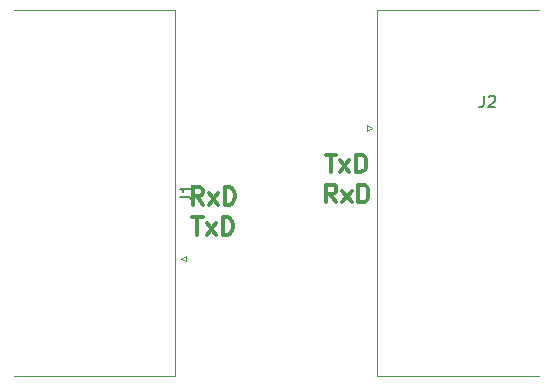
<source format=gto>
G04 #@! TF.GenerationSoftware,KiCad,Pcbnew,5.1.10-88a1d61d58~88~ubuntu20.04.1*
G04 #@! TF.CreationDate,2021-05-09T22:10:24+02:00*
G04 #@! TF.ProjectId,SerialSwitcher,53657269-616c-4537-9769-74636865722e,rev?*
G04 #@! TF.SameCoordinates,Original*
G04 #@! TF.FileFunction,Legend,Top*
G04 #@! TF.FilePolarity,Positive*
%FSLAX46Y46*%
G04 Gerber Fmt 4.6, Leading zero omitted, Abs format (unit mm)*
G04 Created by KiCad (PCBNEW 5.1.10-88a1d61d58~88~ubuntu20.04.1) date 2021-05-09 22:10:24*
%MOMM*%
%LPD*%
G01*
G04 APERTURE LIST*
%ADD10C,0.300000*%
%ADD11C,0.120000*%
%ADD12C,0.150000*%
%ADD13C,4.000000*%
%ADD14C,1.600000*%
%ADD15R,1.600000X1.600000*%
%ADD16C,2.200000*%
G04 APERTURE END LIST*
D10*
X135087142Y-56513571D02*
X134587142Y-55799285D01*
X134230000Y-56513571D02*
X134230000Y-55013571D01*
X134801428Y-55013571D01*
X134944285Y-55085000D01*
X135015714Y-55156428D01*
X135087142Y-55299285D01*
X135087142Y-55513571D01*
X135015714Y-55656428D01*
X134944285Y-55727857D01*
X134801428Y-55799285D01*
X134230000Y-55799285D01*
X135587142Y-56513571D02*
X136372857Y-55513571D01*
X135587142Y-55513571D02*
X136372857Y-56513571D01*
X136944285Y-56513571D02*
X136944285Y-55013571D01*
X137301428Y-55013571D01*
X137515714Y-55085000D01*
X137658571Y-55227857D01*
X137730000Y-55370714D01*
X137801428Y-55656428D01*
X137801428Y-55870714D01*
X137730000Y-56156428D01*
X137658571Y-56299285D01*
X137515714Y-56442142D01*
X137301428Y-56513571D01*
X136944285Y-56513571D01*
X134194285Y-57563571D02*
X135051428Y-57563571D01*
X134622857Y-59063571D02*
X134622857Y-57563571D01*
X135408571Y-59063571D02*
X136194285Y-58063571D01*
X135408571Y-58063571D02*
X136194285Y-59063571D01*
X136765714Y-59063571D02*
X136765714Y-57563571D01*
X137122857Y-57563571D01*
X137337142Y-57635000D01*
X137480000Y-57777857D01*
X137551428Y-57920714D01*
X137622857Y-58206428D01*
X137622857Y-58420714D01*
X137551428Y-58706428D01*
X137480000Y-58849285D01*
X137337142Y-58992142D01*
X137122857Y-59063571D01*
X136765714Y-59063571D01*
X145494285Y-52263571D02*
X146351428Y-52263571D01*
X145922857Y-53763571D02*
X145922857Y-52263571D01*
X146708571Y-53763571D02*
X147494285Y-52763571D01*
X146708571Y-52763571D02*
X147494285Y-53763571D01*
X148065714Y-53763571D02*
X148065714Y-52263571D01*
X148422857Y-52263571D01*
X148637142Y-52335000D01*
X148780000Y-52477857D01*
X148851428Y-52620714D01*
X148922857Y-52906428D01*
X148922857Y-53120714D01*
X148851428Y-53406428D01*
X148780000Y-53549285D01*
X148637142Y-53692142D01*
X148422857Y-53763571D01*
X148065714Y-53763571D01*
X146387142Y-56313571D02*
X145887142Y-55599285D01*
X145530000Y-56313571D02*
X145530000Y-54813571D01*
X146101428Y-54813571D01*
X146244285Y-54885000D01*
X146315714Y-54956428D01*
X146387142Y-55099285D01*
X146387142Y-55313571D01*
X146315714Y-55456428D01*
X146244285Y-55527857D01*
X146101428Y-55599285D01*
X145530000Y-55599285D01*
X146887142Y-56313571D02*
X147672857Y-55313571D01*
X146887142Y-55313571D02*
X147672857Y-56313571D01*
X148244285Y-56313571D02*
X148244285Y-54813571D01*
X148601428Y-54813571D01*
X148815714Y-54885000D01*
X148958571Y-55027857D01*
X149030000Y-55170714D01*
X149101428Y-55456428D01*
X149101428Y-55670714D01*
X149030000Y-55956428D01*
X148958571Y-56099285D01*
X148815714Y-56242142D01*
X148601428Y-56313571D01*
X148244285Y-56313571D01*
D11*
X133221325Y-61070000D02*
X133654338Y-60820000D01*
X133654338Y-61320000D02*
X133221325Y-61070000D01*
X133654338Y-60820000D02*
X133654338Y-61320000D01*
X132760000Y-71015000D02*
X119080000Y-71015000D01*
X132760000Y-40045000D02*
X132760000Y-71015000D01*
X119080000Y-40045000D02*
X132760000Y-40045000D01*
X163520000Y-71025000D02*
X149840000Y-71025000D01*
X149840000Y-71025000D02*
X149840000Y-40055000D01*
X149840000Y-40055000D02*
X163520000Y-40055000D01*
X148945662Y-50250000D02*
X148945662Y-49750000D01*
X148945662Y-49750000D02*
X149378675Y-50000000D01*
X149378675Y-50000000D02*
X148945662Y-50250000D01*
D12*
X133152380Y-55863333D02*
X133866666Y-55863333D01*
X134009523Y-55910952D01*
X134104761Y-56006190D01*
X134152380Y-56149047D01*
X134152380Y-56244285D01*
X134152380Y-54863333D02*
X134152380Y-55434761D01*
X134152380Y-55149047D02*
X133152380Y-55149047D01*
X133295238Y-55244285D01*
X133390476Y-55339523D01*
X133438095Y-55434761D01*
X158848466Y-47267880D02*
X158848466Y-47982166D01*
X158800847Y-48125023D01*
X158705609Y-48220261D01*
X158562752Y-48267880D01*
X158467514Y-48267880D01*
X159277038Y-47363119D02*
X159324657Y-47315500D01*
X159419895Y-47267880D01*
X159657990Y-47267880D01*
X159753228Y-47315500D01*
X159800847Y-47363119D01*
X159848466Y-47458357D01*
X159848466Y-47553595D01*
X159800847Y-47696452D01*
X159229419Y-48267880D01*
X159848466Y-48267880D01*
%LPC*%
D13*
X128580000Y-68030000D03*
X128580000Y-43030000D03*
D14*
X127160000Y-51375000D03*
X127160000Y-54145000D03*
X127160000Y-56915000D03*
X127160000Y-59685000D03*
X130000000Y-49990000D03*
X130000000Y-52760000D03*
X130000000Y-55530000D03*
X130000000Y-58300000D03*
D15*
X130000000Y-61070000D03*
D16*
X141300000Y-37400000D03*
X122000000Y-37400000D03*
X141300000Y-73800000D03*
X122000000Y-73800000D03*
X160600000Y-73800000D03*
X160600000Y-37400000D03*
D15*
X152600000Y-50000000D03*
D14*
X152600000Y-52770000D03*
X152600000Y-55540000D03*
X152600000Y-58310000D03*
X152600000Y-61080000D03*
X155440000Y-51385000D03*
X155440000Y-54155000D03*
X155440000Y-56925000D03*
X155440000Y-59695000D03*
D13*
X154020000Y-68040000D03*
X154020000Y-43040000D03*
M02*

</source>
